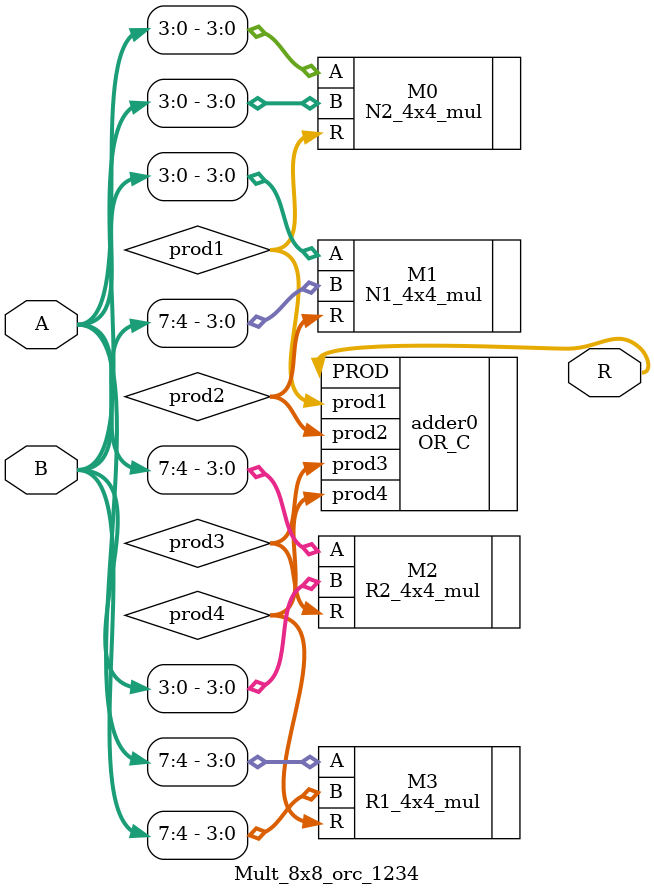
<source format=v>
module Mult_8x8_orc_1234(
input [7:0] A,
input [7:0] B,
output [15:0]R
);
wire [7:0]prod1;
wire [7:0]prod2;
wire [7:0]prod3;
wire [7:0]prod4;

N2_4x4_mul M0(.A(A[3:0]),.B(B[3:0]),.R(prod1));
N1_4x4_mul M1(.A(A[3:0]),.B(B[7:4]),.R(prod2));
R2_4x4_mul M2(.A(A[7:4]),.B(B[3:0]),.R(prod3));
R1_4x4_mul M3(.A(A[7:4]),.B(B[7:4]),.R(prod4));
OR_C adder0(.prod1(prod1),.prod2(prod2),.prod3(prod3),.prod4(prod4),.PROD(R));
endmodule

</source>
